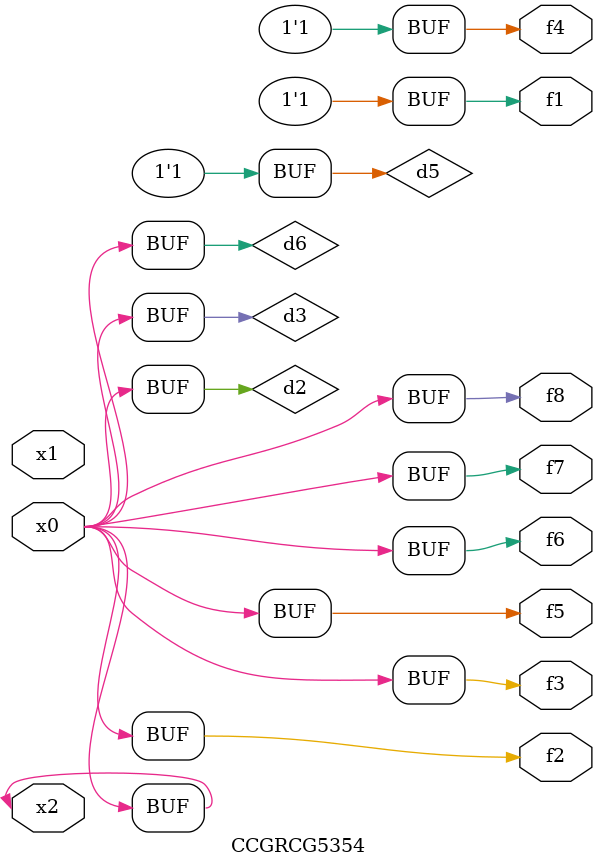
<source format=v>
module CCGRCG5354(
	input x0, x1, x2,
	output f1, f2, f3, f4, f5, f6, f7, f8
);

	wire d1, d2, d3, d4, d5, d6;

	xnor (d1, x2);
	buf (d2, x0, x2);
	and (d3, x0);
	xnor (d4, x1, x2);
	nand (d5, d1, d3);
	buf (d6, d2, d3);
	assign f1 = d5;
	assign f2 = d6;
	assign f3 = d6;
	assign f4 = d5;
	assign f5 = d6;
	assign f6 = d6;
	assign f7 = d6;
	assign f8 = d6;
endmodule

</source>
